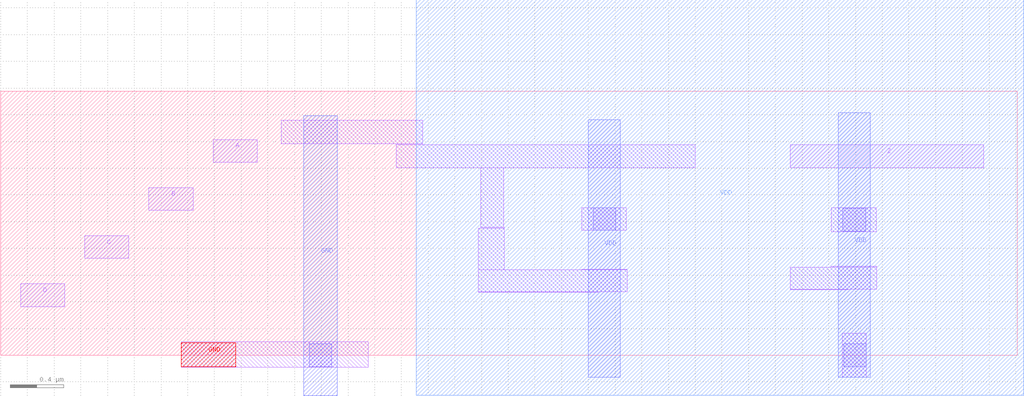
<source format=lef>
# Copyright 2020 The SkyWater PDK Authors
#
# Licensed under the Apache License, Version 2.0 (the "License");
# you may not use this file except in compliance with the License.
# You may obtain a copy of the License at
#
#     https://www.apache.org/licenses/LICENSE-2.0
#
# Unless required by applicable law or agreed to in writing, software
# distributed under the License is distributed on an "AS IS" BASIS,
# WITHOUT WARRANTIES OR CONDITIONS OF ANY KIND, either express or implied.
# See the License for the specific language governing permissions and
# limitations under the License.
#
# SPDX-License-Identifier: Apache-2.0

VERSION 5.7 ;
  NOWIREEXTENSIONATPIN ON ;
  DIVIDERCHAR "/" ;
  BUSBITCHARS "[]" ;
MACRO sky130_fd_bd_sram__openram_dp_nand4_dec
  CLASS BLOCK ;
  FOREIGN sky130_fd_bd_sram__openram_dp_nand4_dec ;
  ORIGIN  0.000000  0.000000 ;
  SIZE  7.610000 BY  1.975000 ;
  PIN A
    ANTENNAGATEAREA  0.279000 ;
    PORT
      LAYER li1 ;
        RECT 1.590000 1.445000 1.920000 1.615000 ;
    END
  END A
  PIN B
    ANTENNAGATEAREA  0.279000 ;
    PORT
      LAYER li1 ;
        RECT 1.110000 1.085000 1.440000 1.255000 ;
    END
  END B
  PIN C
    ANTENNAGATEAREA  0.279000 ;
    PORT
      LAYER li1 ;
        RECT 0.630000 0.725000 0.960000 0.895000 ;
    END
  END C
  PIN D
    ANTENNAGATEAREA  0.279000 ;
    PORT
      LAYER li1 ;
        RECT 0.150000 0.365000 0.480000 0.535000 ;
    END
  END D
  PIN GND
    ANTENNADIFFAREA  0.473400 ;
    PORT
      LAYER met1 ;
        RECT 2.270000 -0.305000 2.520000 1.795000 ;
      LAYER pwell ;
        RECT 1.350000 -0.085000 1.760000 0.095000 ;
    END
  END GND
  PIN VDD
    ANTENNADIFFAREA  0.324800 ;
    PORT
      LAYER met1 ;
        RECT 4.400000 -0.165000 4.640000 1.765000 ;
    END
    PORT
      LAYER met1 ;
        RECT 6.270000 -0.165000 6.510000 1.815000 ;
      LAYER nwell ;
        RECT 3.110000 -0.300000 7.660000 2.660000 ;
    END
  END VDD
  PIN Z
    ANTENNADIFFAREA  0.336000 ;
    PORT
      LAYER li1 ;
        RECT 5.910000 1.405000 7.360000 1.575000 ;
    END
  END Z
  OBS
    LAYER li1 ;
      RECT 1.350000 -0.090000 2.750000 0.100000 ;
      RECT 2.100000  1.585000 3.160000 1.760000 ;
      RECT 2.960000  1.405000 5.200000 1.575000 ;
      RECT 2.960000  1.575000 3.160000 1.585000 ;
      RECT 3.575000  0.470000 4.475000 0.475000 ;
      RECT 3.575000  0.475000 4.690000 0.640000 ;
      RECT 3.575000  0.640000 3.770000 0.950000 ;
      RECT 3.595000  0.950000 3.770000 0.960000 ;
      RECT 3.595000  0.960000 3.765000 1.405000 ;
      RECT 4.350000  0.640000 4.690000 0.645000 ;
      RECT 4.350000  0.935000 4.685000 1.105000 ;
      RECT 5.910000  0.490000 6.345000 0.495000 ;
      RECT 5.910000  0.495000 6.560000 0.660000 ;
      RECT 6.220000  0.660000 6.560000 0.665000 ;
      RECT 6.220000  0.925000 6.555000 1.105000 ;
      RECT 6.300000 -0.165000 6.480000 0.165000 ;
    LAYER mcon ;
      RECT 2.310000 -0.085000 2.480000 0.085000 ;
      RECT 4.435000  0.935000 4.605000 1.105000 ;
      RECT 6.305000  0.930000 6.475000 1.100000 ;
      RECT 6.310000 -0.085000 6.480000 0.085000 ;
  END
END sky130_fd_bd_sram__openram_dp_nand4_dec
END LIBRARY

</source>
